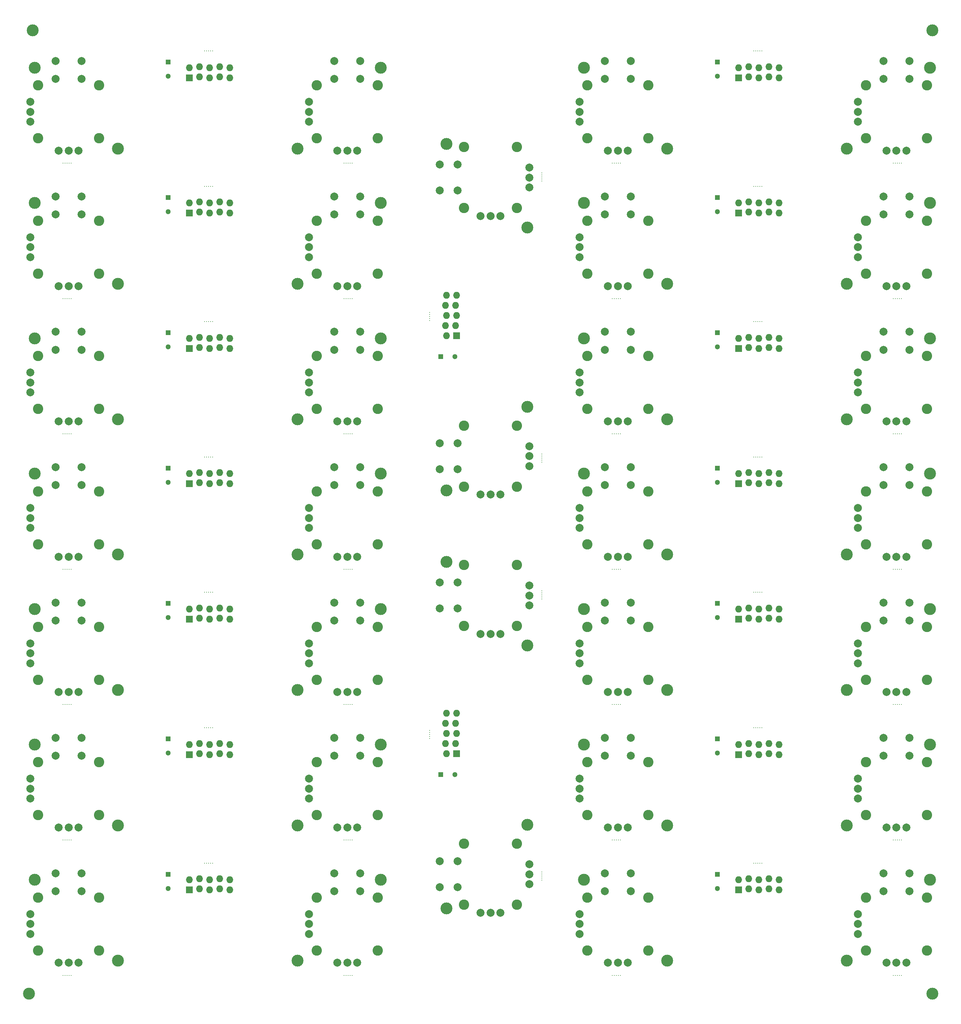
<source format=gts>
G04 #@! TF.FileFunction,Soldermask,Top*
%FSLAX46Y46*%
G04 Gerber Fmt 4.6, Leading zero omitted, Abs format (unit mm)*
G04 Created by KiCad (PCBNEW (2015-01-16 BZR 5376)-product) date 14/09/2015 10:50:26*
%MOMM*%
G01*
G04 APERTURE LIST*
%ADD10C,0.100000*%
%ADD11C,3.000000*%
%ADD12C,0.300000*%
%ADD13R,1.300000X1.300000*%
%ADD14C,1.300000*%
%ADD15R,1.727200X1.727200*%
%ADD16O,1.727200X1.727200*%
%ADD17C,2.600000*%
%ADD18C,2.000000*%
G04 APERTURE END LIST*
D10*
D11*
X21000000Y-256000000D03*
X248000000Y-256000000D03*
X248000000Y-14000000D03*
X22000000Y-14000000D03*
D12*
X167552000Y-47403000D03*
D11*
X181395000Y-43720000D03*
X247435000Y-23400000D03*
X226480000Y-43720000D03*
X160440000Y-23400000D03*
D12*
X168060000Y-47403000D03*
X169076000Y-47403000D03*
X168568000Y-47403000D03*
X169584000Y-47403000D03*
X205144000Y-19209000D03*
X204128000Y-19209000D03*
X204636000Y-19209000D03*
X203620000Y-19209000D03*
X203112000Y-19209000D03*
X240196000Y-47403000D03*
X239180000Y-47403000D03*
X239688000Y-47403000D03*
X238672000Y-47403000D03*
X238164000Y-47403000D03*
D13*
X194000000Y-22000000D03*
D14*
X194000000Y-25556000D03*
D15*
X199302000Y-25940000D03*
D16*
X199302000Y-23400000D03*
X201842000Y-25686000D03*
X201842000Y-23146000D03*
X204382000Y-25940000D03*
X204382000Y-23400000D03*
X206922000Y-25686000D03*
X206922000Y-23146000D03*
X209462000Y-25940000D03*
X209462000Y-23400000D03*
D17*
X161350000Y-27850000D03*
X176650000Y-27850000D03*
X176650000Y-41150000D03*
X161350000Y-41150000D03*
D18*
X159350000Y-34500000D03*
X159350000Y-32000000D03*
X159350000Y-37000000D03*
X169000000Y-44250000D03*
X166500000Y-44250000D03*
X171500000Y-44250000D03*
X165750000Y-26250000D03*
X172250000Y-26250000D03*
X172250000Y-21750000D03*
X165750000Y-21750000D03*
D17*
X231350000Y-27850000D03*
X246650000Y-27850000D03*
X246650000Y-41150000D03*
X231350000Y-41150000D03*
D18*
X229350000Y-34500000D03*
X229350000Y-32000000D03*
X229350000Y-37000000D03*
X239000000Y-44250000D03*
X236500000Y-44250000D03*
X241500000Y-44250000D03*
X235750000Y-26250000D03*
X242250000Y-26250000D03*
X242250000Y-21750000D03*
X235750000Y-21750000D03*
D17*
X231350000Y-61850000D03*
X246650000Y-61850000D03*
X246650000Y-75150000D03*
X231350000Y-75150000D03*
D18*
X229350000Y-68500000D03*
X229350000Y-66000000D03*
X229350000Y-71000000D03*
X239000000Y-78250000D03*
X236500000Y-78250000D03*
X241500000Y-78250000D03*
X235750000Y-60250000D03*
X242250000Y-60250000D03*
X242250000Y-55750000D03*
X235750000Y-55750000D03*
D17*
X161350000Y-61850000D03*
X176650000Y-61850000D03*
X176650000Y-75150000D03*
X161350000Y-75150000D03*
D18*
X159350000Y-68500000D03*
X159350000Y-66000000D03*
X159350000Y-71000000D03*
X169000000Y-78250000D03*
X166500000Y-78250000D03*
X171500000Y-78250000D03*
X165750000Y-60250000D03*
X172250000Y-60250000D03*
X172250000Y-55750000D03*
X165750000Y-55750000D03*
D15*
X199302000Y-59940000D03*
D16*
X199302000Y-57400000D03*
X201842000Y-59686000D03*
X201842000Y-57146000D03*
X204382000Y-59940000D03*
X204382000Y-57400000D03*
X206922000Y-59686000D03*
X206922000Y-57146000D03*
X209462000Y-59940000D03*
X209462000Y-57400000D03*
D13*
X194000000Y-56000000D03*
D14*
X194000000Y-59556000D03*
D12*
X238164000Y-81403000D03*
X238672000Y-81403000D03*
X239688000Y-81403000D03*
X239180000Y-81403000D03*
X240196000Y-81403000D03*
X203112000Y-53209000D03*
X203620000Y-53209000D03*
X204636000Y-53209000D03*
X204128000Y-53209000D03*
X205144000Y-53209000D03*
X169584000Y-81403000D03*
X168568000Y-81403000D03*
X169076000Y-81403000D03*
X168060000Y-81403000D03*
D11*
X160440000Y-57400000D03*
X226480000Y-77720000D03*
X247435000Y-57400000D03*
X181395000Y-77720000D03*
D12*
X167552000Y-81403000D03*
X167552000Y-115403000D03*
D11*
X181395000Y-111720000D03*
X247435000Y-91400000D03*
X226480000Y-111720000D03*
X160440000Y-91400000D03*
D12*
X168060000Y-115403000D03*
X169076000Y-115403000D03*
X168568000Y-115403000D03*
X169584000Y-115403000D03*
X205144000Y-87209000D03*
X204128000Y-87209000D03*
X204636000Y-87209000D03*
X203620000Y-87209000D03*
X203112000Y-87209000D03*
X240196000Y-115403000D03*
X239180000Y-115403000D03*
X239688000Y-115403000D03*
X238672000Y-115403000D03*
X238164000Y-115403000D03*
D13*
X194000000Y-90000000D03*
D14*
X194000000Y-93556000D03*
D15*
X199302000Y-93940000D03*
D16*
X199302000Y-91400000D03*
X201842000Y-93686000D03*
X201842000Y-91146000D03*
X204382000Y-93940000D03*
X204382000Y-91400000D03*
X206922000Y-93686000D03*
X206922000Y-91146000D03*
X209462000Y-93940000D03*
X209462000Y-91400000D03*
D17*
X161350000Y-95850000D03*
X176650000Y-95850000D03*
X176650000Y-109150000D03*
X161350000Y-109150000D03*
D18*
X159350000Y-102500000D03*
X159350000Y-100000000D03*
X159350000Y-105000000D03*
X169000000Y-112250000D03*
X166500000Y-112250000D03*
X171500000Y-112250000D03*
X165750000Y-94250000D03*
X172250000Y-94250000D03*
X172250000Y-89750000D03*
X165750000Y-89750000D03*
D17*
X231350000Y-95850000D03*
X246650000Y-95850000D03*
X246650000Y-109150000D03*
X231350000Y-109150000D03*
D18*
X229350000Y-102500000D03*
X229350000Y-100000000D03*
X229350000Y-105000000D03*
X239000000Y-112250000D03*
X236500000Y-112250000D03*
X241500000Y-112250000D03*
X235750000Y-94250000D03*
X242250000Y-94250000D03*
X242250000Y-89750000D03*
X235750000Y-89750000D03*
D17*
X231350000Y-197850000D03*
X246650000Y-197850000D03*
X246650000Y-211150000D03*
X231350000Y-211150000D03*
D18*
X229350000Y-204500000D03*
X229350000Y-202000000D03*
X229350000Y-207000000D03*
X239000000Y-214250000D03*
X236500000Y-214250000D03*
X241500000Y-214250000D03*
X235750000Y-196250000D03*
X242250000Y-196250000D03*
X242250000Y-191750000D03*
X235750000Y-191750000D03*
D17*
X161350000Y-197850000D03*
X176650000Y-197850000D03*
X176650000Y-211150000D03*
X161350000Y-211150000D03*
D18*
X159350000Y-204500000D03*
X159350000Y-202000000D03*
X159350000Y-207000000D03*
X169000000Y-214250000D03*
X166500000Y-214250000D03*
X171500000Y-214250000D03*
X165750000Y-196250000D03*
X172250000Y-196250000D03*
X172250000Y-191750000D03*
X165750000Y-191750000D03*
D15*
X199302000Y-195940000D03*
D16*
X199302000Y-193400000D03*
X201842000Y-195686000D03*
X201842000Y-193146000D03*
X204382000Y-195940000D03*
X204382000Y-193400000D03*
X206922000Y-195686000D03*
X206922000Y-193146000D03*
X209462000Y-195940000D03*
X209462000Y-193400000D03*
D13*
X194000000Y-192000000D03*
D14*
X194000000Y-195556000D03*
D12*
X238164000Y-217403000D03*
X238672000Y-217403000D03*
X239688000Y-217403000D03*
X239180000Y-217403000D03*
X240196000Y-217403000D03*
X203112000Y-189209000D03*
X203620000Y-189209000D03*
X204636000Y-189209000D03*
X204128000Y-189209000D03*
X205144000Y-189209000D03*
X169584000Y-217403000D03*
X168568000Y-217403000D03*
X169076000Y-217403000D03*
X168060000Y-217403000D03*
D11*
X160440000Y-193400000D03*
X226480000Y-213720000D03*
X247435000Y-193400000D03*
X181395000Y-213720000D03*
D12*
X167552000Y-217403000D03*
X167552000Y-183403000D03*
D11*
X181395000Y-179720000D03*
X247435000Y-159400000D03*
X226480000Y-179720000D03*
X160440000Y-159400000D03*
D12*
X168060000Y-183403000D03*
X169076000Y-183403000D03*
X168568000Y-183403000D03*
X169584000Y-183403000D03*
X205144000Y-155209000D03*
X204128000Y-155209000D03*
X204636000Y-155209000D03*
X203620000Y-155209000D03*
X203112000Y-155209000D03*
X240196000Y-183403000D03*
X239180000Y-183403000D03*
X239688000Y-183403000D03*
X238672000Y-183403000D03*
X238164000Y-183403000D03*
D13*
X194000000Y-158000000D03*
D14*
X194000000Y-161556000D03*
D15*
X199302000Y-161940000D03*
D16*
X199302000Y-159400000D03*
X201842000Y-161686000D03*
X201842000Y-159146000D03*
X204382000Y-161940000D03*
X204382000Y-159400000D03*
X206922000Y-161686000D03*
X206922000Y-159146000D03*
X209462000Y-161940000D03*
X209462000Y-159400000D03*
D17*
X161350000Y-163850000D03*
X176650000Y-163850000D03*
X176650000Y-177150000D03*
X161350000Y-177150000D03*
D18*
X159350000Y-170500000D03*
X159350000Y-168000000D03*
X159350000Y-173000000D03*
X169000000Y-180250000D03*
X166500000Y-180250000D03*
X171500000Y-180250000D03*
X165750000Y-162250000D03*
X172250000Y-162250000D03*
X172250000Y-157750000D03*
X165750000Y-157750000D03*
D17*
X231350000Y-163850000D03*
X246650000Y-163850000D03*
X246650000Y-177150000D03*
X231350000Y-177150000D03*
D18*
X229350000Y-170500000D03*
X229350000Y-168000000D03*
X229350000Y-173000000D03*
X239000000Y-180250000D03*
X236500000Y-180250000D03*
X241500000Y-180250000D03*
X235750000Y-162250000D03*
X242250000Y-162250000D03*
X242250000Y-157750000D03*
X235750000Y-157750000D03*
D17*
X231350000Y-129850000D03*
X246650000Y-129850000D03*
X246650000Y-143150000D03*
X231350000Y-143150000D03*
D18*
X229350000Y-136500000D03*
X229350000Y-134000000D03*
X229350000Y-139000000D03*
X239000000Y-146250000D03*
X236500000Y-146250000D03*
X241500000Y-146250000D03*
X235750000Y-128250000D03*
X242250000Y-128250000D03*
X242250000Y-123750000D03*
X235750000Y-123750000D03*
D17*
X161350000Y-129850000D03*
X176650000Y-129850000D03*
X176650000Y-143150000D03*
X161350000Y-143150000D03*
D18*
X159350000Y-136500000D03*
X159350000Y-134000000D03*
X159350000Y-139000000D03*
X169000000Y-146250000D03*
X166500000Y-146250000D03*
X171500000Y-146250000D03*
X165750000Y-128250000D03*
X172250000Y-128250000D03*
X172250000Y-123750000D03*
X165750000Y-123750000D03*
D15*
X199302000Y-127940000D03*
D16*
X199302000Y-125400000D03*
X201842000Y-127686000D03*
X201842000Y-125146000D03*
X204382000Y-127940000D03*
X204382000Y-125400000D03*
X206922000Y-127686000D03*
X206922000Y-125146000D03*
X209462000Y-127940000D03*
X209462000Y-125400000D03*
D13*
X194000000Y-124000000D03*
D14*
X194000000Y-127556000D03*
D12*
X238164000Y-149403000D03*
X238672000Y-149403000D03*
X239688000Y-149403000D03*
X239180000Y-149403000D03*
X240196000Y-149403000D03*
X203112000Y-121209000D03*
X203620000Y-121209000D03*
X204636000Y-121209000D03*
X204128000Y-121209000D03*
X205144000Y-121209000D03*
X169584000Y-149403000D03*
X168568000Y-149403000D03*
X169076000Y-149403000D03*
X168060000Y-149403000D03*
D11*
X160440000Y-125400000D03*
X226480000Y-145720000D03*
X247435000Y-125400000D03*
X181395000Y-145720000D03*
D12*
X167552000Y-149403000D03*
X167552000Y-251403000D03*
D11*
X181395000Y-247720000D03*
X247435000Y-227400000D03*
X226480000Y-247720000D03*
X160440000Y-227400000D03*
D12*
X168060000Y-251403000D03*
X169076000Y-251403000D03*
X168568000Y-251403000D03*
X169584000Y-251403000D03*
X205144000Y-223209000D03*
X204128000Y-223209000D03*
X204636000Y-223209000D03*
X203620000Y-223209000D03*
X203112000Y-223209000D03*
X240196000Y-251403000D03*
X239180000Y-251403000D03*
X239688000Y-251403000D03*
X238672000Y-251403000D03*
X238164000Y-251403000D03*
D13*
X194000000Y-226000000D03*
D14*
X194000000Y-229556000D03*
D15*
X199302000Y-229940000D03*
D16*
X199302000Y-227400000D03*
X201842000Y-229686000D03*
X201842000Y-227146000D03*
X204382000Y-229940000D03*
X204382000Y-227400000D03*
X206922000Y-229686000D03*
X206922000Y-227146000D03*
X209462000Y-229940000D03*
X209462000Y-227400000D03*
D17*
X161350000Y-231850000D03*
X176650000Y-231850000D03*
X176650000Y-245150000D03*
X161350000Y-245150000D03*
D18*
X159350000Y-238500000D03*
X159350000Y-236000000D03*
X159350000Y-241000000D03*
X169000000Y-248250000D03*
X166500000Y-248250000D03*
X171500000Y-248250000D03*
X165750000Y-230250000D03*
X172250000Y-230250000D03*
X172250000Y-225750000D03*
X165750000Y-225750000D03*
D17*
X231350000Y-231850000D03*
X246650000Y-231850000D03*
X246650000Y-245150000D03*
X231350000Y-245150000D03*
D18*
X229350000Y-238500000D03*
X229350000Y-236000000D03*
X229350000Y-241000000D03*
X239000000Y-248250000D03*
X236500000Y-248250000D03*
X241500000Y-248250000D03*
X235750000Y-230250000D03*
X242250000Y-230250000D03*
X242250000Y-225750000D03*
X235750000Y-225750000D03*
D17*
X93350000Y-231850000D03*
X108650000Y-231850000D03*
X108650000Y-245150000D03*
X93350000Y-245150000D03*
D18*
X91350000Y-238500000D03*
X91350000Y-236000000D03*
X91350000Y-241000000D03*
X101000000Y-248250000D03*
X98500000Y-248250000D03*
X103500000Y-248250000D03*
X97750000Y-230250000D03*
X104250000Y-230250000D03*
X104250000Y-225750000D03*
X97750000Y-225750000D03*
D17*
X23350000Y-231850000D03*
X38650000Y-231850000D03*
X38650000Y-245150000D03*
X23350000Y-245150000D03*
D18*
X21350000Y-238500000D03*
X21350000Y-236000000D03*
X21350000Y-241000000D03*
X31000000Y-248250000D03*
X28500000Y-248250000D03*
X33500000Y-248250000D03*
X27750000Y-230250000D03*
X34250000Y-230250000D03*
X34250000Y-225750000D03*
X27750000Y-225750000D03*
D15*
X61302000Y-229940000D03*
D16*
X61302000Y-227400000D03*
X63842000Y-229686000D03*
X63842000Y-227146000D03*
X66382000Y-229940000D03*
X66382000Y-227400000D03*
X68922000Y-229686000D03*
X68922000Y-227146000D03*
X71462000Y-229940000D03*
X71462000Y-227400000D03*
D13*
X56000000Y-226000000D03*
D14*
X56000000Y-229556000D03*
D12*
X100164000Y-251403000D03*
X100672000Y-251403000D03*
X101688000Y-251403000D03*
X101180000Y-251403000D03*
X102196000Y-251403000D03*
X65112000Y-223209000D03*
X65620000Y-223209000D03*
X66636000Y-223209000D03*
X66128000Y-223209000D03*
X67144000Y-223209000D03*
X31584000Y-251403000D03*
X30568000Y-251403000D03*
X31076000Y-251403000D03*
X30060000Y-251403000D03*
D11*
X22440000Y-227400000D03*
X88480000Y-247720000D03*
X109435000Y-227400000D03*
X43395000Y-247720000D03*
D12*
X29552000Y-251403000D03*
X29552000Y-149403000D03*
D11*
X43395000Y-145720000D03*
X109435000Y-125400000D03*
X88480000Y-145720000D03*
X22440000Y-125400000D03*
D12*
X30060000Y-149403000D03*
X31076000Y-149403000D03*
X30568000Y-149403000D03*
X31584000Y-149403000D03*
X67144000Y-121209000D03*
X66128000Y-121209000D03*
X66636000Y-121209000D03*
X65620000Y-121209000D03*
X65112000Y-121209000D03*
X102196000Y-149403000D03*
X101180000Y-149403000D03*
X101688000Y-149403000D03*
X100672000Y-149403000D03*
X100164000Y-149403000D03*
D13*
X56000000Y-124000000D03*
D14*
X56000000Y-127556000D03*
D15*
X61302000Y-127940000D03*
D16*
X61302000Y-125400000D03*
X63842000Y-127686000D03*
X63842000Y-125146000D03*
X66382000Y-127940000D03*
X66382000Y-125400000D03*
X68922000Y-127686000D03*
X68922000Y-125146000D03*
X71462000Y-127940000D03*
X71462000Y-125400000D03*
D17*
X23350000Y-129850000D03*
X38650000Y-129850000D03*
X38650000Y-143150000D03*
X23350000Y-143150000D03*
D18*
X21350000Y-136500000D03*
X21350000Y-134000000D03*
X21350000Y-139000000D03*
X31000000Y-146250000D03*
X28500000Y-146250000D03*
X33500000Y-146250000D03*
X27750000Y-128250000D03*
X34250000Y-128250000D03*
X34250000Y-123750000D03*
X27750000Y-123750000D03*
D17*
X93350000Y-129850000D03*
X108650000Y-129850000D03*
X108650000Y-143150000D03*
X93350000Y-143150000D03*
D18*
X91350000Y-136500000D03*
X91350000Y-134000000D03*
X91350000Y-139000000D03*
X101000000Y-146250000D03*
X98500000Y-146250000D03*
X103500000Y-146250000D03*
X97750000Y-128250000D03*
X104250000Y-128250000D03*
X104250000Y-123750000D03*
X97750000Y-123750000D03*
D17*
X93350000Y-163850000D03*
X108650000Y-163850000D03*
X108650000Y-177150000D03*
X93350000Y-177150000D03*
D18*
X91350000Y-170500000D03*
X91350000Y-168000000D03*
X91350000Y-173000000D03*
X101000000Y-180250000D03*
X98500000Y-180250000D03*
X103500000Y-180250000D03*
X97750000Y-162250000D03*
X104250000Y-162250000D03*
X104250000Y-157750000D03*
X97750000Y-157750000D03*
D17*
X23350000Y-163850000D03*
X38650000Y-163850000D03*
X38650000Y-177150000D03*
X23350000Y-177150000D03*
D18*
X21350000Y-170500000D03*
X21350000Y-168000000D03*
X21350000Y-173000000D03*
X31000000Y-180250000D03*
X28500000Y-180250000D03*
X33500000Y-180250000D03*
X27750000Y-162250000D03*
X34250000Y-162250000D03*
X34250000Y-157750000D03*
X27750000Y-157750000D03*
D15*
X61302000Y-161940000D03*
D16*
X61302000Y-159400000D03*
X63842000Y-161686000D03*
X63842000Y-159146000D03*
X66382000Y-161940000D03*
X66382000Y-159400000D03*
X68922000Y-161686000D03*
X68922000Y-159146000D03*
X71462000Y-161940000D03*
X71462000Y-159400000D03*
D13*
X56000000Y-158000000D03*
D14*
X56000000Y-161556000D03*
D12*
X100164000Y-183403000D03*
X100672000Y-183403000D03*
X101688000Y-183403000D03*
X101180000Y-183403000D03*
X102196000Y-183403000D03*
X65112000Y-155209000D03*
X65620000Y-155209000D03*
X66636000Y-155209000D03*
X66128000Y-155209000D03*
X67144000Y-155209000D03*
X31584000Y-183403000D03*
X30568000Y-183403000D03*
X31076000Y-183403000D03*
X30060000Y-183403000D03*
D11*
X22440000Y-159400000D03*
X88480000Y-179720000D03*
X109435000Y-159400000D03*
X43395000Y-179720000D03*
D12*
X29552000Y-183403000D03*
X149903000Y-227448000D03*
D11*
X146220000Y-213605000D03*
X125900000Y-147565000D03*
X146220000Y-168520000D03*
X125900000Y-234560000D03*
D12*
X149903000Y-226940000D03*
X149903000Y-225924000D03*
X149903000Y-226432000D03*
X149903000Y-225416000D03*
X121709000Y-189856000D03*
X121709000Y-190872000D03*
X121709000Y-190364000D03*
X121709000Y-191380000D03*
X121709000Y-191888000D03*
X149903000Y-154804000D03*
X149903000Y-155820000D03*
X149903000Y-155312000D03*
X149903000Y-156328000D03*
X149903000Y-156836000D03*
D13*
X124500000Y-201000000D03*
D14*
X128056000Y-201000000D03*
D15*
X128440000Y-195698000D03*
D16*
X125900000Y-195698000D03*
X128186000Y-193158000D03*
X125646000Y-193158000D03*
X128440000Y-190618000D03*
X125900000Y-190618000D03*
X128186000Y-188078000D03*
X125646000Y-188078000D03*
X128440000Y-185538000D03*
X125900000Y-185538000D03*
D17*
X130350000Y-233650000D03*
X130350000Y-218350000D03*
X143650000Y-218350000D03*
X143650000Y-233650000D03*
D18*
X137000000Y-235650000D03*
X134500000Y-235650000D03*
X139500000Y-235650000D03*
X146750000Y-226000000D03*
X146750000Y-228500000D03*
X146750000Y-223500000D03*
X128750000Y-229250000D03*
X128750000Y-222750000D03*
X124250000Y-222750000D03*
X124250000Y-229250000D03*
D17*
X130350000Y-163650000D03*
X130350000Y-148350000D03*
X143650000Y-148350000D03*
X143650000Y-163650000D03*
D18*
X137000000Y-165650000D03*
X134500000Y-165650000D03*
X139500000Y-165650000D03*
X146750000Y-156000000D03*
X146750000Y-158500000D03*
X146750000Y-153500000D03*
X128750000Y-159250000D03*
X128750000Y-152750000D03*
X124250000Y-152750000D03*
X124250000Y-159250000D03*
D12*
X29552000Y-217403000D03*
D11*
X43395000Y-213720000D03*
X109435000Y-193400000D03*
X88480000Y-213720000D03*
X22440000Y-193400000D03*
D12*
X30060000Y-217403000D03*
X31076000Y-217403000D03*
X30568000Y-217403000D03*
X31584000Y-217403000D03*
X67144000Y-189209000D03*
X66128000Y-189209000D03*
X66636000Y-189209000D03*
X65620000Y-189209000D03*
X65112000Y-189209000D03*
X102196000Y-217403000D03*
X101180000Y-217403000D03*
X101688000Y-217403000D03*
X100672000Y-217403000D03*
X100164000Y-217403000D03*
D13*
X56000000Y-192000000D03*
D14*
X56000000Y-195556000D03*
D15*
X61302000Y-195940000D03*
D16*
X61302000Y-193400000D03*
X63842000Y-195686000D03*
X63842000Y-193146000D03*
X66382000Y-195940000D03*
X66382000Y-193400000D03*
X68922000Y-195686000D03*
X68922000Y-193146000D03*
X71462000Y-195940000D03*
X71462000Y-193400000D03*
D17*
X23350000Y-197850000D03*
X38650000Y-197850000D03*
X38650000Y-211150000D03*
X23350000Y-211150000D03*
D18*
X21350000Y-204500000D03*
X21350000Y-202000000D03*
X21350000Y-207000000D03*
X31000000Y-214250000D03*
X28500000Y-214250000D03*
X33500000Y-214250000D03*
X27750000Y-196250000D03*
X34250000Y-196250000D03*
X34250000Y-191750000D03*
X27750000Y-191750000D03*
D17*
X93350000Y-197850000D03*
X108650000Y-197850000D03*
X108650000Y-211150000D03*
X93350000Y-211150000D03*
D18*
X91350000Y-204500000D03*
X91350000Y-202000000D03*
X91350000Y-207000000D03*
X101000000Y-214250000D03*
X98500000Y-214250000D03*
X103500000Y-214250000D03*
X97750000Y-196250000D03*
X104250000Y-196250000D03*
X104250000Y-191750000D03*
X97750000Y-191750000D03*
D17*
X93350000Y-95850000D03*
X108650000Y-95850000D03*
X108650000Y-109150000D03*
X93350000Y-109150000D03*
D18*
X91350000Y-102500000D03*
X91350000Y-100000000D03*
X91350000Y-105000000D03*
X101000000Y-112250000D03*
X98500000Y-112250000D03*
X103500000Y-112250000D03*
X97750000Y-94250000D03*
X104250000Y-94250000D03*
X104250000Y-89750000D03*
X97750000Y-89750000D03*
D17*
X23350000Y-95850000D03*
X38650000Y-95850000D03*
X38650000Y-109150000D03*
X23350000Y-109150000D03*
D18*
X21350000Y-102500000D03*
X21350000Y-100000000D03*
X21350000Y-105000000D03*
X31000000Y-112250000D03*
X28500000Y-112250000D03*
X33500000Y-112250000D03*
X27750000Y-94250000D03*
X34250000Y-94250000D03*
X34250000Y-89750000D03*
X27750000Y-89750000D03*
D15*
X61302000Y-93940000D03*
D16*
X61302000Y-91400000D03*
X63842000Y-93686000D03*
X63842000Y-91146000D03*
X66382000Y-93940000D03*
X66382000Y-91400000D03*
X68922000Y-93686000D03*
X68922000Y-91146000D03*
X71462000Y-93940000D03*
X71462000Y-91400000D03*
D13*
X56000000Y-90000000D03*
D14*
X56000000Y-93556000D03*
D12*
X100164000Y-115403000D03*
X100672000Y-115403000D03*
X101688000Y-115403000D03*
X101180000Y-115403000D03*
X102196000Y-115403000D03*
X65112000Y-87209000D03*
X65620000Y-87209000D03*
X66636000Y-87209000D03*
X66128000Y-87209000D03*
X67144000Y-87209000D03*
X31584000Y-115403000D03*
X30568000Y-115403000D03*
X31076000Y-115403000D03*
X30060000Y-115403000D03*
D11*
X22440000Y-91400000D03*
X88480000Y-111720000D03*
X109435000Y-91400000D03*
X43395000Y-111720000D03*
D12*
X29552000Y-115403000D03*
D17*
X130350000Y-58650000D03*
X130350000Y-43350000D03*
X143650000Y-43350000D03*
X143650000Y-58650000D03*
D18*
X137000000Y-60650000D03*
X134500000Y-60650000D03*
X139500000Y-60650000D03*
X146750000Y-51000000D03*
X146750000Y-53500000D03*
X146750000Y-48500000D03*
X128750000Y-54250000D03*
X128750000Y-47750000D03*
X124250000Y-47750000D03*
X124250000Y-54250000D03*
D17*
X130350000Y-128650000D03*
X130350000Y-113350000D03*
X143650000Y-113350000D03*
X143650000Y-128650000D03*
D18*
X137000000Y-130650000D03*
X134500000Y-130650000D03*
X139500000Y-130650000D03*
X146750000Y-121000000D03*
X146750000Y-123500000D03*
X146750000Y-118500000D03*
X128750000Y-124250000D03*
X128750000Y-117750000D03*
X124250000Y-117750000D03*
X124250000Y-124250000D03*
D15*
X128440000Y-90698000D03*
D16*
X125900000Y-90698000D03*
X128186000Y-88158000D03*
X125646000Y-88158000D03*
X128440000Y-85618000D03*
X125900000Y-85618000D03*
X128186000Y-83078000D03*
X125646000Y-83078000D03*
X128440000Y-80538000D03*
X125900000Y-80538000D03*
D13*
X124500000Y-96000000D03*
D14*
X128056000Y-96000000D03*
D12*
X149903000Y-51836000D03*
X149903000Y-51328000D03*
X149903000Y-50312000D03*
X149903000Y-50820000D03*
X149903000Y-49804000D03*
X121709000Y-86888000D03*
X121709000Y-86380000D03*
X121709000Y-85364000D03*
X121709000Y-85872000D03*
X121709000Y-84856000D03*
X149903000Y-120416000D03*
X149903000Y-121432000D03*
X149903000Y-120924000D03*
X149903000Y-121940000D03*
D11*
X125900000Y-129560000D03*
X146220000Y-63520000D03*
X125900000Y-42565000D03*
X146220000Y-108605000D03*
D12*
X149903000Y-122448000D03*
X29552000Y-81403000D03*
D11*
X43395000Y-77720000D03*
X109435000Y-57400000D03*
X88480000Y-77720000D03*
X22440000Y-57400000D03*
D12*
X30060000Y-81403000D03*
X31076000Y-81403000D03*
X30568000Y-81403000D03*
X31584000Y-81403000D03*
X67144000Y-53209000D03*
X66128000Y-53209000D03*
X66636000Y-53209000D03*
X65620000Y-53209000D03*
X65112000Y-53209000D03*
X102196000Y-81403000D03*
X101180000Y-81403000D03*
X101688000Y-81403000D03*
X100672000Y-81403000D03*
X100164000Y-81403000D03*
D13*
X56000000Y-56000000D03*
D14*
X56000000Y-59556000D03*
D15*
X61302000Y-59940000D03*
D16*
X61302000Y-57400000D03*
X63842000Y-59686000D03*
X63842000Y-57146000D03*
X66382000Y-59940000D03*
X66382000Y-57400000D03*
X68922000Y-59686000D03*
X68922000Y-57146000D03*
X71462000Y-59940000D03*
X71462000Y-57400000D03*
D17*
X23350000Y-61850000D03*
X38650000Y-61850000D03*
X38650000Y-75150000D03*
X23350000Y-75150000D03*
D18*
X21350000Y-68500000D03*
X21350000Y-66000000D03*
X21350000Y-71000000D03*
X31000000Y-78250000D03*
X28500000Y-78250000D03*
X33500000Y-78250000D03*
X27750000Y-60250000D03*
X34250000Y-60250000D03*
X34250000Y-55750000D03*
X27750000Y-55750000D03*
D17*
X93350000Y-61850000D03*
X108650000Y-61850000D03*
X108650000Y-75150000D03*
X93350000Y-75150000D03*
D18*
X91350000Y-68500000D03*
X91350000Y-66000000D03*
X91350000Y-71000000D03*
X101000000Y-78250000D03*
X98500000Y-78250000D03*
X103500000Y-78250000D03*
X97750000Y-60250000D03*
X104250000Y-60250000D03*
X104250000Y-55750000D03*
X97750000Y-55750000D03*
D17*
X93350000Y-27850000D03*
X108650000Y-27850000D03*
X108650000Y-41150000D03*
X93350000Y-41150000D03*
D18*
X91350000Y-34500000D03*
X91350000Y-32000000D03*
X91350000Y-37000000D03*
X101000000Y-44250000D03*
X98500000Y-44250000D03*
X103500000Y-44250000D03*
X97750000Y-26250000D03*
X104250000Y-26250000D03*
X104250000Y-21750000D03*
X97750000Y-21750000D03*
D17*
X23350000Y-27850000D03*
X38650000Y-27850000D03*
X38650000Y-41150000D03*
X23350000Y-41150000D03*
D18*
X21350000Y-34500000D03*
X21350000Y-32000000D03*
X21350000Y-37000000D03*
X31000000Y-44250000D03*
X28500000Y-44250000D03*
X33500000Y-44250000D03*
X27750000Y-26250000D03*
X34250000Y-26250000D03*
X34250000Y-21750000D03*
X27750000Y-21750000D03*
D15*
X61302000Y-25940000D03*
D16*
X61302000Y-23400000D03*
X63842000Y-25686000D03*
X63842000Y-23146000D03*
X66382000Y-25940000D03*
X66382000Y-23400000D03*
X68922000Y-25686000D03*
X68922000Y-23146000D03*
X71462000Y-25940000D03*
X71462000Y-23400000D03*
D13*
X56000000Y-22000000D03*
D14*
X56000000Y-25556000D03*
D12*
X100164000Y-47403000D03*
X100672000Y-47403000D03*
X101688000Y-47403000D03*
X101180000Y-47403000D03*
X102196000Y-47403000D03*
X65112000Y-19209000D03*
X65620000Y-19209000D03*
X66636000Y-19209000D03*
X66128000Y-19209000D03*
X67144000Y-19209000D03*
X31584000Y-47403000D03*
X30568000Y-47403000D03*
X31076000Y-47403000D03*
X30060000Y-47403000D03*
D11*
X22440000Y-23400000D03*
X88480000Y-43720000D03*
X109435000Y-23400000D03*
X43395000Y-43720000D03*
D12*
X29552000Y-47403000D03*
M02*

</source>
